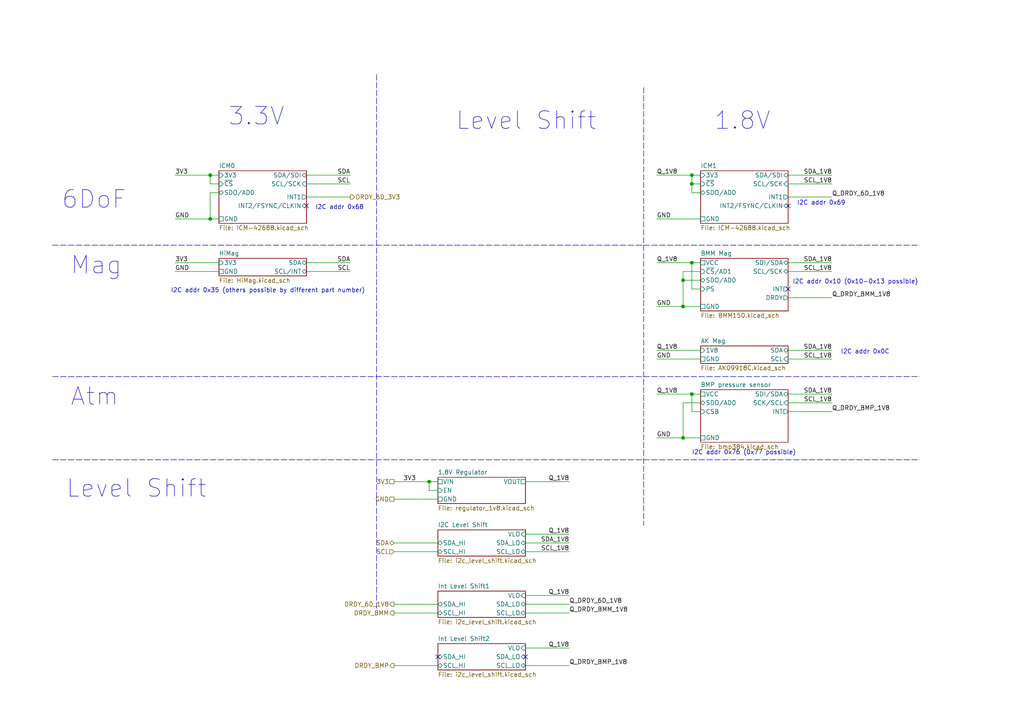
<source format=kicad_sch>
(kicad_sch (version 20211123) (generator eeschema)
  (paper "A4")
  (lib_symbols)
  (junction (at 200.66 76.2))
  (junction (at 200.66 53.34))
  (junction (at 198.12 81.28))
  (junction (at 60.96 50.8))
  (junction (at 198.12 127))
  (junction (at 200.66 114.3))
  (junction (at 198.12 88.9))
  (junction (at 200.66 50.8))
  (junction (at 124.46 139.7))
  (junction (at 60.96 63.5))
  (no_connect (at 88.9 59.69))
  (no_connect (at 152.4 190.5))
  (no_connect (at 228.6 59.69))
  (no_connect (at 228.6 83.82))
  (no_connect (at 127 190.5))
  (wire (pts (xy 88.9 50.8) (xy 101.6 50.8)))
  (wire (pts (xy 60.96 63.5) (xy 63.5 63.5)))
  (polyline (pts (xy 15.24 133.35) (xy 266.7 133.35)))
  (wire (pts (xy 88.9 57.15) (xy 101.6 57.15)))
  (wire (pts (xy 190.5 88.9) (xy 198.12 88.9)))
  (wire (pts (xy 198.12 81.28) (xy 198.12 88.9)))
  (wire (pts (xy 198.12 116.84) (xy 203.2 116.84)))
  (wire (pts (xy 190.5 76.2) (xy 200.66 76.2)))
  (wire (pts (xy 198.12 88.9) (xy 203.2 88.9)))
  (wire (pts (xy 190.5 127) (xy 198.12 127)))
  (wire (pts (xy 198.12 127) (xy 198.12 116.84)))
  (wire (pts (xy 152.4 177.8) (xy 165.1 177.8)))
  (wire (pts (xy 63.5 55.88) (xy 60.96 55.88)))
  (wire (pts (xy 124.46 142.24) (xy 127 142.24)))
  (polyline (pts (xy 186.69 25.4) (xy 186.69 152.4)))
  (wire (pts (xy 190.5 50.8) (xy 200.66 50.8)))
  (wire (pts (xy 200.66 83.82) (xy 200.66 76.2)))
  (wire (pts (xy 200.66 119.38) (xy 203.2 119.38)))
  (wire (pts (xy 60.96 53.34) (xy 63.5 53.34)))
  (wire (pts (xy 200.66 53.34) (xy 203.2 53.34)))
  (wire (pts (xy 114.3 139.7) (xy 124.46 139.7)))
  (wire (pts (xy 152.4 175.26) (xy 165.1 175.26)))
  (wire (pts (xy 190.5 63.5) (xy 203.2 63.5)))
  (wire (pts (xy 198.12 127) (xy 203.2 127)))
  (wire (pts (xy 88.9 78.74) (xy 101.6 78.74)))
  (wire (pts (xy 228.6 104.14) (xy 241.3 104.14)))
  (polyline (pts (xy 15.24 71.12) (xy 266.7 71.12)))
  (wire (pts (xy 200.66 114.3) (xy 203.2 114.3)))
  (wire (pts (xy 228.6 116.84) (xy 241.3 116.84)))
  (wire (pts (xy 114.3 193.04) (xy 127 193.04)))
  (wire (pts (xy 228.6 119.38) (xy 241.3 119.38)))
  (wire (pts (xy 228.6 78.74) (xy 241.3 78.74)))
  (wire (pts (xy 228.6 53.34) (xy 241.3 53.34)))
  (wire (pts (xy 50.8 63.5) (xy 60.96 63.5)))
  (wire (pts (xy 200.66 50.8) (xy 203.2 50.8)))
  (wire (pts (xy 203.2 55.88) (xy 200.66 55.88)))
  (wire (pts (xy 200.66 50.8) (xy 200.66 53.34)))
  (wire (pts (xy 114.3 160.02) (xy 127 160.02)))
  (wire (pts (xy 152.4 139.7) (xy 165.1 139.7)))
  (wire (pts (xy 60.96 50.8) (xy 63.5 50.8)))
  (wire (pts (xy 228.6 76.2) (xy 241.3 76.2)))
  (wire (pts (xy 203.2 83.82) (xy 200.66 83.82)))
  (wire (pts (xy 50.8 50.8) (xy 60.96 50.8)))
  (wire (pts (xy 88.9 53.34) (xy 101.6 53.34)))
  (wire (pts (xy 228.6 57.15) (xy 241.3 57.15)))
  (wire (pts (xy 114.3 175.26) (xy 127 175.26)))
  (wire (pts (xy 124.46 139.7) (xy 127 139.7)))
  (wire (pts (xy 228.6 86.36) (xy 241.3 86.36)))
  (wire (pts (xy 152.4 172.72) (xy 165.1 172.72)))
  (polyline (pts (xy 109.22 21.59) (xy 109.22 176.53)))
  (wire (pts (xy 114.3 144.78) (xy 127 144.78)))
  (wire (pts (xy 203.2 78.74) (xy 198.12 78.74)))
  (wire (pts (xy 228.6 114.3) (xy 241.3 114.3)))
  (wire (pts (xy 88.9 76.2) (xy 101.6 76.2)))
  (wire (pts (xy 228.6 50.8) (xy 241.3 50.8)))
  (wire (pts (xy 198.12 81.28) (xy 203.2 81.28)))
  (wire (pts (xy 152.4 157.48) (xy 165.1 157.48)))
  (wire (pts (xy 60.96 55.88) (xy 60.96 63.5)))
  (wire (pts (xy 200.66 114.3) (xy 200.66 119.38)))
  (wire (pts (xy 124.46 139.7) (xy 124.46 142.24)))
  (polyline (pts (xy 15.24 109.22) (xy 266.7 109.22)))
  (wire (pts (xy 50.8 76.2) (xy 63.5 76.2)))
  (wire (pts (xy 190.5 101.6) (xy 203.2 101.6)))
  (wire (pts (xy 152.4 154.94) (xy 165.1 154.94)))
  (wire (pts (xy 152.4 187.96) (xy 165.1 187.96)))
  (wire (pts (xy 50.8 78.74) (xy 63.5 78.74)))
  (wire (pts (xy 198.12 78.74) (xy 198.12 81.28)))
  (wire (pts (xy 200.66 76.2) (xy 203.2 76.2)))
  (wire (pts (xy 190.5 104.14) (xy 203.2 104.14)))
  (wire (pts (xy 114.3 177.8) (xy 127 177.8)))
  (wire (pts (xy 190.5 114.3) (xy 200.66 114.3)))
  (wire (pts (xy 114.3 157.48) (xy 127 157.48)))
  (wire (pts (xy 152.4 160.02) (xy 165.1 160.02)))
  (wire (pts (xy 152.4 193.04) (xy 165.1 193.04)))
  (wire (pts (xy 200.66 53.34) (xy 200.66 55.88)))
  (wire (pts (xy 228.6 101.6) (xy 241.3 101.6)))
  (wire (pts (xy 60.96 50.8) (xy 60.96 53.34)))
  (text "I2C addr 0x69" (at 231.14 59.69 0) (effects (font (size 1.27 1.27)) (justify left bottom)))
  (text "I2C addr 0x10 (0x10-0x13 possible)" (at 229.87 82.55 0) (effects (font (size 1.27 1.27)) (justify left bottom)))
  (text "Level Shift" (at 132.08 38.1 0) (effects (font (size 5.08 5.08)) (justify left bottom)))
  (text "Mag" (at 20.32 80.01 0) (effects (font (size 5.08 5.08)) (justify left bottom)))
  (text "Atm" (at 20.32 118.11 0) (effects (font (size 5.08 5.08)) (justify left bottom)))
  (text "3.3V" (at 66.04 36.83 0) (effects (font (size 5.08 5.08)) (justify left bottom)))
  (text "I2C addr 0x76 (0x77 possible)" (at 200.66 132.08 0) (effects (font (size 1.27 1.27)) (justify left bottom)))
  (text "1.8V" (at 207.01 38.1 0) (effects (font (size 5.08 5.08)) (justify left bottom)))
  (text "I2C addr 0x35 (others possible by different part number)" (at 49.53 85.09 0) (effects (font (size 1.27 1.27)) (justify left bottom)))
  (text "I2C addr 0x68" (at 91.44 60.96 0) (effects (font (size 1.27 1.27)) (justify left bottom)))
  (text "I2C addr 0x0C" (at 243.84 102.87 0) (effects (font (size 1.27 1.27)) (justify left bottom)))
  (text "6DoF" (at 17.78 60.96 0) (effects (font (size 5.08 5.08)) (justify left bottom)))
  (text "Level Shift" (at 19.05 144.78 0) (effects (font (size 5.08 5.08)) (justify left bottom)))
  (label "3V3" (at 50.8 76.2 0))
  (label "GND" (at 50.8 63.5 0))
  (label "SCL_1V8" (at 165.1 160.02 180))
  (label "Q_1V8" (at 165.1 172.72 180))
  (label "SCL_1V8" (at 241.3 78.74 180))
  (label "SDA_1V8" (at 165.1 157.48 180))
  (label "Q_1V8" (at 165.1 154.94 180))
  (label "SDA" (at 101.6 76.2 180))
  (label "SCL_1V8" (at 241.3 104.14 180))
  (label "Q_DRDY_BMP_1V8" (at 165.1 193.04 0))
  (label "Q_1V8" (at 190.5 76.2 0))
  (label "SCL_1V8" (at 241.3 116.84 180))
  (label "Q_1V8" (at 165.1 187.96 180))
  (label "Q_DRDY_BMM_1V8" (at 241.3 86.36 0))
  (label "Q_1V8" (at 165.1 139.7 180))
  (label "Q_DRDY_BMM_1V8" (at 165.1 177.8 0))
  (label "GND" (at 190.5 88.9 0))
  (label "SDA" (at 101.6 50.8 180))
  (label "GND" (at 190.5 127 0))
  (label "GND" (at 50.8 78.74 0))
  (label "GND" (at 190.5 63.5 0))
  (label "SDA_1V8" (at 241.3 50.8 180))
  (label "GND" (at 190.5 104.14 0))
  (label "SDA_1V8" (at 241.3 101.6 180))
  (label "Q_DRDY_6D_1V8" (at 241.3 57.15 0))
  (label "SDA_1V8" (at 241.3 114.3 180))
  (label "3V3" (at 120.65 139.7 180))
  (label "Q_1V8" (at 190.5 50.8 0))
  (label "SCL_1V8" (at 241.3 53.34 180))
  (label "Q_DRDY_6D_1V8" (at 165.1 175.26 0))
  (label "Q_DRDY_BMP_1V8" (at 241.3 119.38 0))
  (label "Q_1V8" (at 190.5 101.6 0))
  (label "SCL" (at 101.6 78.74 180))
  (label "SDA_1V8" (at 241.3 76.2 180))
  (label "Q_1V8" (at 190.5 114.3 0))
  (label "3V3" (at 50.8 50.8 0))
  (label "SCL" (at 101.6 53.34 180))
  (hierarchical_label "GND" (shape passive) (at 114.3 144.78 180))
  (hierarchical_label "DRDY_BMM" (shape output) (at 114.3 177.8 180))
  (hierarchical_label "3V3" (shape passive) (at 114.3 139.7 180))
  (hierarchical_label "DRDY_6D_3V3" (shape output) (at 101.6 57.15 0))
  (hierarchical_label "DRDY_6D_1V8" (shape output) (at 114.3 175.26 180))
  (hierarchical_label "DRDY_BMP" (shape output) (at 114.3 193.04 180))
  (hierarchical_label "SCL" (shape input) (at 114.3 160.02 180))
  (hierarchical_label "SDA" (shape bidirectional) (at 114.3 157.48 180))
  (sheet (at 127 138.43) (size 25.4 7.62) (stroke (width 0.1524))
    (property "Sheet name" "1.8V Regulator" (at 127 137.7184 0) (effects (justify left bottom)))
    (property "Sheet file" "regulator_1v8.kicad_sch" (at 127 146.6346 0) (effects (justify left top)))
    (pin "VOUT" passive (at 152.4 139.7 0))
    (pin "GND" passive (at 127 144.78 180))
    (pin "VIN" passive (at 127 139.7 180))
    (pin "EN" input (at 127 142.24 180))
  )
  (sheet (at 203.2 49.53) (size 25.4 15.24) (stroke (width 0.1524))
    (property "Sheet name" "ICM1" (at 203.2 48.8184 0) (effects (justify left bottom)))
    (property "Sheet file" "ICM-42688.kicad_sch" (at 203.2 65.3546 0) (effects (justify left top)))
    (pin "SDA{slash}SDI" bidirectional (at 228.6 50.8 0))
    (pin "SCL{slash}SCK" input (at 228.6 53.34 0))
    (pin "~{CS}" input (at 203.2 53.34 180))
    (pin "SDO{slash}AD0" bidirectional (at 203.2 55.88 180))
    (pin "INT1" output (at 228.6 57.15 0))
    (pin "GND" passive (at 203.2 63.5 180))
    (pin "3V3" input (at 203.2 50.8 180))
    (pin "INT2{slash}FSYNC{slash}CLKIN" bidirectional (at 228.6 59.69 0))
  )
  (sheet (at 127 171.45) (size 25.4 7.62) (stroke (width 0.1524))
    (property "Sheet name" "Int Level Shift1" (at 127 170.7384 0) (effects (justify left bottom)))
    (property "Sheet file" "i2c_level_shift.kicad_sch" (at 127 179.6546 0) (effects (justify left top)))
    (pin "VLO" input (at 152.4 172.72 0))
    (pin "SDA_LO" bidirectional (at 152.4 175.26 0))
    (pin "SCL_HI" bidirectional (at 127 177.8 180))
    (pin "SCL_LO" bidirectional (at 152.4 177.8 0))
    (pin "SDA_HI" bidirectional (at 127 175.26 180))
  )
  (sheet (at 63.5 49.53) (size 25.4 15.24) (stroke (width 0.1524))
    (property "Sheet name" "ICM0" (at 63.5 48.8184 0) (effects (justify left bottom)))
    (property "Sheet file" "ICM-42688.kicad_sch" (at 63.5 65.3546 0) (effects (justify left top)))
    (pin "SDA{slash}SDI" bidirectional (at 88.9 50.8 0))
    (pin "SCL{slash}SCK" input (at 88.9 53.34 0))
    (pin "~{CS}" input (at 63.5 53.34 180))
    (pin "SDO{slash}AD0" bidirectional (at 63.5 55.88 180))
    (pin "INT1" output (at 88.9 57.15 0))
    (pin "GND" passive (at 63.5 63.5 180))
    (pin "3V3" input (at 63.5 50.8 180))
    (pin "INT2{slash}FSYNC{slash}CLKIN" bidirectional (at 88.9 59.69 0))
  )
  (sheet (at 203.2 100.33) (size 25.4 5.08) (stroke (width 0.1524))
    (property "Sheet name" "AK Mag" (at 203.2 99.6184 0) (effects (justify left bottom)))
    (property "Sheet file" "AK09918C.kicad_sch" (at 203.2 105.9946 0) (effects (justify left top)))
    (pin "SDA" bidirectional (at 228.6 101.6 0))
    (pin "SCL" input (at 228.6 104.14 0))
    (pin "1V8" input (at 203.2 101.6 180))
    (pin "GND" passive (at 203.2 104.14 180))
  )
  (sheet (at 203.2 113.03) (size 25.4 15.24) (stroke (width 0.1524))
    (property "Sheet name" "BMP pressure sensor" (at 203.2 112.3184 0) (effects (justify left bottom)))
    (property "Sheet file" "bmp384.kicad_sch" (at 203.2 128.8546 0) (effects (justify left top)))
    (pin "VCC" passive (at 203.2 114.3 180))
    (pin "GND" passive (at 203.2 127 180))
    (pin "SDO{slash}AD0" bidirectional (at 203.2 116.84 180))
    (pin "SDI{slash}SDA" bidirectional (at 228.6 114.3 0))
    (pin "CSB" input (at 203.2 119.38 180))
    (pin "INT" output (at 228.6 119.38 0))
    (pin "SCK{slash}SCL" input (at 228.6 116.84 0))
  )
  (sheet (at 203.2 74.93) (size 25.4 15.24) (stroke (width 0.1524))
    (property "Sheet name" "BMM Mag" (at 203.2 74.2184 0) (effects (justify left bottom)))
    (property "Sheet file" "BMM150.kicad_sch" (at 203.2 90.7546 0) (effects (justify left top)))
    (pin "SDO{slash}AD0" bidirectional (at 203.2 81.28 180))
    (pin "SCL{slash}SCK" bidirectional (at 228.6 78.74 0))
    (pin "~{CS}{slash}AD1" input (at 203.2 78.74 180))
    (pin "PS" input (at 203.2 83.82 180))
    (pin "INT" output (at 228.6 83.82 0))
    (pin "DRDY" output (at 228.6 86.36 0))
    (pin "SDI{slash}SDA" bidirectional (at 228.6 76.2 0))
    (pin "VCC" passive (at 203.2 76.2 180))
    (pin "GND" passive (at 203.2 88.9 180))
  )
  (sheet (at 63.5 74.93) (size 25.4 5.08) (stroke (width 0.1524))
    (property "Sheet name" "HiMag" (at 63.5 74.2184 0) (effects (justify left bottom)))
    (property "Sheet file" "HiMag.kicad_sch" (at 63.5 80.5946 0) (effects (justify left top)))
    (pin "SCL{slash}INT" bidirectional (at 88.9 78.74 0))
    (pin "GND" passive (at 63.5 78.74 180))
    (pin "3V3" input (at 63.5 76.2 180))
    (pin "SDA" bidirectional (at 88.9 76.2 0))
  )
  (sheet (at 127 153.67) (size 25.4 7.62) (stroke (width 0.1524))
    (property "Sheet name" "I2C Level Shift" (at 127 152.9584 0) (effects (justify left bottom)))
    (property "Sheet file" "i2c_level_shift.kicad_sch" (at 127 161.8746 0) (effects (justify left top)))
    (pin "VLO" input (at 152.4 154.94 0))
    (pin "SDA_LO" bidirectional (at 152.4 157.48 0))
    (pin "SCL_HI" bidirectional (at 127 160.02 180))
    (pin "SCL_LO" bidirectional (at 152.4 160.02 0))
    (pin "SDA_HI" bidirectional (at 127 157.48 180))
  )
  (sheet (at 127 186.69) (size 25.4 7.62) (stroke (width 0.1524))
    (property "Sheet name" "Int Level Shift2" (at 127 185.9784 0) (effects (justify left bottom)))
    (property "Sheet file" "i2c_level_shift.kicad_sch" (at 127 194.8946 0) (effects (justify left top)))
    (pin "VLO" input (at 152.4 187.96 0))
    (pin "SDA_LO" bidirectional (at 152.4 190.5 0))
    (pin "SCL_HI" bidirectional (at 127 193.04 180))
    (pin "SCL_LO" bidirectional (at 152.4 193.04 0))
    (pin "SDA_HI" bidirectional (at 127 190.5 180))
  )
)
</source>
